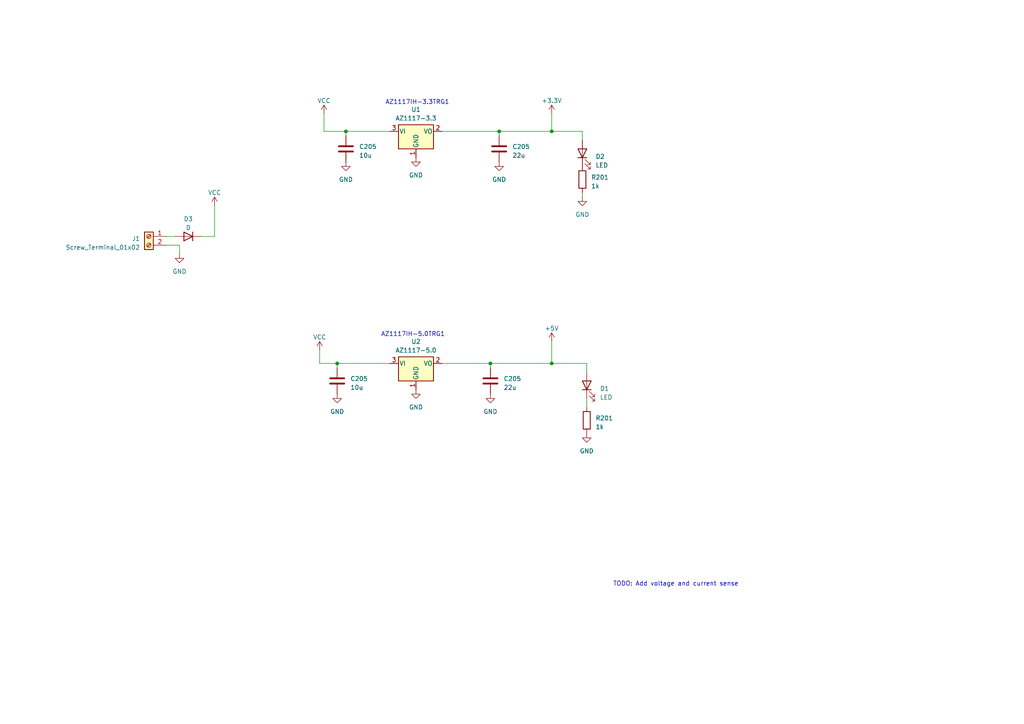
<source format=kicad_sch>
(kicad_sch (version 20230121) (generator eeschema)
  (paper "A4")
  (lib_symbols
    (symbol "Connector:Screw_Terminal_01x02" (pin_names (offset 1.016) hide)
      (property "Reference" "J" (at 0 2.54 0))
      (property "Value" "Screw_Terminal_01x02" (at 0 -5.08 0))
      (symbol "Screw_Terminal_01x02_1_1"
        (rectangle (start -1.27 1.27) (end 1.27 -3.81) (stroke (width 0.254)) (fill (type background)))
        (circle (center 0 -2.54) (radius 0.635) (stroke (width 0.1524)))
        (polyline (pts (xy -0.5334 -2.2098) (xy 0.3302 -3.048)) (stroke (width 0.1524)))
        (polyline (pts (xy -0.5334 0.3302) (xy 0.3302 -0.508)) (stroke (width 0.1524)))
        (polyline (pts (xy -0.3556 -2.032) (xy 0.508 -2.8702)) (stroke (width 0.1524)))
        (polyline (pts (xy -0.3556 0.508) (xy 0.508 -0.3302)) (stroke (width 0.1524)))
        (circle (center 0 0) (radius 0.635) (stroke (width 0.1524)))
        (pin passive line (at -5.08 0 0) (length 3.81) (name "Pin_1") (number "1"))
        (pin passive line (at -5.08 -2.54 0) (length 3.81) (name "Pin_2") (number "2"))
      )
    )
    (symbol "Device:C" (pin_numbers hide) (pin_names (offset 0.254))
      (property "Reference" "C" (at 0.635 2.54 0))
      (property "Value" "C" (at 0.635 -2.54 0))
      (symbol "C_0_1"
        (polyline (pts (xy -2.032 -0.762) (xy 2.032 -0.762)) (stroke (width 0.508)))
        (polyline (pts (xy -2.032 0.762) (xy 2.032 0.762)) (stroke (width 0.508)))
      )
      (symbol "C_1_1"
        (pin passive line (at 0 3.81 270) (length 2.794) (name "~") (number "1"))
        (pin passive line (at 0 -3.81 90) (length 2.794) (name "~") (number "2"))
      )
    )
    (symbol "Device:D" (pin_numbers hide) (pin_names (offset 1.016) hide)
      (property "Reference" "D" (at 0 2.54 0))
      (property "Value" "D" (at 0 -2.54 0))
      (symbol "D_0_1"
        (polyline (pts (xy -1.27 1.27) (xy -1.27 -1.27)) (stroke (width 0.254)))
        (polyline (pts (xy 1.27 0) (xy -1.27 0)))
        (polyline (pts (xy 1.27 1.27) (xy 1.27 -1.27) (xy -1.27 0) (xy 1.27 1.27)) (stroke (width 0.254)))
      )
      (symbol "D_1_1"
        (pin passive line (at -3.81 0 0) (length 2.54) (name "K") (number "1"))
        (pin passive line (at 3.81 0 180) (length 2.54) (name "A") (number "2"))
      )
    )
    (symbol "Device:LED" (pin_numbers hide) (pin_names (offset 1.016) hide)
      (property "Reference" "D" (at 0 2.54 0))
      (property "Value" "LED" (at 0 -2.54 0))
      (symbol "LED_0_1"
        (polyline (pts (xy -1.27 -1.27) (xy -1.27 1.27)) (stroke (width 0.254)))
        (polyline (pts (xy -1.27 0) (xy 1.27 0)))
        (polyline (pts (xy 1.27 -1.27) (xy 1.27 1.27) (xy -1.27 0) (xy 1.27 -1.27)) (stroke (width 0.254)))
        (polyline (pts (xy -3.048 -0.762) (xy -4.572 -2.286) (xy -3.81 -2.286) (xy -4.572 -2.286) (xy -4.572 -1.524)))
        (polyline (pts (xy -1.778 -0.762) (xy -3.302 -2.286) (xy -2.54 -2.286) (xy -3.302 -2.286) (xy -3.302 -1.524)))
      )
      (symbol "LED_1_1"
        (pin passive line (at -3.81 0 0) (length 2.54) (name "K") (number "1"))
        (pin passive line (at 3.81 0 180) (length 2.54) (name "A") (number "2"))
      )
    )
    (symbol "Device:R" (pin_numbers hide) (pin_names (offset 0))
      (property "Reference" "R" (at 2.032 0 90))
      (property "Value" "R" (at 0 0 90))
      (symbol "R_0_1"
        (rectangle (start -1.016 -2.54) (end 1.016 2.54) (stroke (width 0.254)))
      )
      (symbol "R_1_1"
        (pin passive line (at 0 3.81 270) (length 1.27) (name "~") (number "1"))
        (pin passive line (at 0 -3.81 90) (length 1.27) (name "~") (number "2"))
      )
    )
    (symbol "Regulator_Linear:AZ1117-3.3" (pin_names (offset 0.254))
      (property "Reference" "U" (at -3.81 3.175 0))
      (property "Value" "AZ1117-3.3" (at 0 3.175 0))
      (symbol "AZ1117-3.3_0_1"
        (rectangle (start -5.08 1.905) (end 5.08 -5.08) (stroke (width 0.254)) (fill (type background)))
      )
      (symbol "AZ1117-3.3_1_1"
        (pin power_in line (at 0 -7.62 90) (length 2.54) (name "GND") (number "1"))
        (pin power_out line (at 7.62 0 180) (length 2.54) (name "VO") (number "2"))
        (pin power_in line (at -7.62 0 0) (length 2.54) (name "VI") (number "3"))
      )
    )
    (symbol "Regulator_Linear:AZ1117-5.0" (pin_names (offset 0.254))
      (property "Reference" "U" (at -3.81 3.175 0))
      (property "Value" "AZ1117-5.0" (at 0 3.175 0))
      (symbol "AZ1117-5.0_0_1"
        (rectangle (start -5.08 1.905) (end 5.08 -5.08) (stroke (width 0.254)) (fill (type background)))
      )
      (symbol "AZ1117-5.0_1_1"
        (pin power_in line (at 0 -7.62 90) (length 2.54) (name "GND") (number "1"))
        (pin power_out line (at 7.62 0 180) (length 2.54) (name "VO") (number "2"))
        (pin power_in line (at -7.62 0 0) (length 2.54) (name "VI") (number "3"))
      )
    )
    (symbol "power:+3.3V" (power) (pin_names (offset 0))
      (property "Value" "+3.3V" (at 0 3.556 0))
      (symbol "+3.3V_0_1"
        (polyline (pts (xy -0.762 1.27) (xy 0 2.54)))
        (polyline (pts (xy 0 0) (xy 0 2.54)))
        (polyline (pts (xy 0 2.54) (xy 0.762 1.27)))
      )
      (symbol "+3.3V_1_1"
        (pin power_in line (at 0 0 90) (length 0) hide (name "+3.3V") (number "1"))
      )
    )
    (symbol "power:+5V" (power) (pin_names (offset 0))
      (property "Value" "+5V" (at 0 3.556 0))
      (symbol "+5V_0_1"
        (polyline (pts (xy -0.762 1.27) (xy 0 2.54)))
        (polyline (pts (xy 0 0) (xy 0 2.54)))
        (polyline (pts (xy 0 2.54) (xy 0.762 1.27)))
      )
      (symbol "+5V_1_1"
        (pin power_in line (at 0 0 90) (length 0) hide (name "+5V") (number "1"))
      )
    )
    (symbol "power:GND" (power) (pin_names (offset 0))
      (property "Value" "GND" (at 0 -3.81 0))
      (symbol "GND_0_1"
        (polyline (pts (xy 0 0) (xy 0 -1.27) (xy 1.27 -1.27) (xy 0 -2.54) (xy -1.27 -1.27) (xy 0 -1.27)))
      )
      (symbol "GND_1_1"
        (pin power_in line (at 0 0 270) (length 0) hide (name "GND") (number "1"))
      )
    )
    (symbol "power:VCC" (power) (pin_names (offset 0))
      (property "Value" "VCC" (at 0 3.81 0))
      (symbol "VCC_0_1"
        (polyline (pts (xy -0.762 1.27) (xy 0 2.54)))
        (polyline (pts (xy 0 0) (xy 0 2.54)))
        (polyline (pts (xy 0 2.54) (xy 0.762 1.27)))
      )
      (symbol "VCC_1_1"
        (pin power_in line (at 0 0 90) (length 0) hide (name "VCC") (number "1"))
      )
    )
  )
  (junction (at 97.79 105.41))
  (junction (at 160.02 105.41))
  (junction (at 160.02 38.1))
  (junction (at 142.24 105.41))
  (junction (at 144.78 38.1))
  (junction (at 100.33 38.1))
  (wire (pts (xy 142.24 105.41) (xy 160.02 105.41)))
  (wire (pts (xy 144.78 38.1) (xy 144.78 39.37)))
  (wire (pts (xy 170.18 115.57) (xy 170.18 118.11)))
  (wire (pts (xy 144.78 38.1) (xy 160.02 38.1)))
  (wire (pts (xy 142.24 105.41) (xy 142.24 106.68)))
  (wire (pts (xy 128.27 105.41) (xy 142.24 105.41)))
  (wire (pts (xy 160.02 38.1) (xy 168.91 38.1)))
  (wire (pts (xy 160.02 105.41) (xy 160.02 99.06)))
  (wire (pts (xy 168.91 55.88) (xy 168.91 57.15)))
  (wire (pts (xy 100.33 38.1) (xy 113.03 38.1)))
  (wire (pts (xy 160.02 105.41) (xy 170.18 105.41)))
  (wire (pts (xy 52.07 71.12) (xy 52.07 73.66)))
  (wire (pts (xy 97.79 105.41) (xy 113.03 105.41)))
  (wire (pts (xy 92.71 101.6) (xy 92.71 105.41)))
  (wire (pts (xy 48.26 68.58) (xy 50.8 68.58)))
  (wire (pts (xy 92.71 105.41) (xy 97.79 105.41)))
  (wire (pts (xy 160.02 38.1) (xy 160.02 33.02)))
  (wire (pts (xy 100.33 38.1) (xy 100.33 39.37)))
  (wire (pts (xy 168.91 38.1) (xy 168.91 40.64)))
  (wire (pts (xy 93.98 38.1) (xy 100.33 38.1)))
  (wire (pts (xy 93.98 33.02) (xy 93.98 38.1)))
  (wire (pts (xy 97.79 105.41) (xy 97.79 106.68)))
  (wire (pts (xy 128.27 38.1) (xy 144.78 38.1)))
  (wire (pts (xy 62.23 59.69) (xy 62.23 68.58)))
  (wire (pts (xy 170.18 105.41) (xy 170.18 107.95)))
  (wire (pts (xy 48.26 71.12) (xy 52.07 71.12)))
  (wire (pts (xy 62.23 68.58) (xy 58.42 68.58)))
  (text "AZ1117IH-5.0TRG1" (at 110.49 97.79 0) (effects (font (size 1.27 1.27)) (justify left bottom)))
  (text "AZ1117IH-3.3TRG1" (at 111.76 30.48 0) (effects (font (size 1.27 1.27)) (justify left bottom)))
  (text "TODO: Add voltage and current sense" (at 177.8 170.18 0) (effects (font (size 1.27 1.27)) (justify left bottom)))
  (symbol (lib_id "Device:C") (at 97.79 110.49 0) (unit 1)
    (property "Reference" "C205" (at 101.6 109.855 0) (effects (justify left)))
    (property "Value" "10u" (at 101.6 112.395 0) (effects (justify left)))
    (property "Footprint" "Capacitor_SMD:C_0603_1608Metric_Pad1.08x0.95mm_HandSolder" (effects hide))
    (instances (project "engine-controller" (path "" (reference "C205") (unit 1)) (path "" (reference "C3") (unit 1))))
  )
  (symbol (lib_id "Regulator_Linear:AZ1117-3.3") (at 120.65 38.1 0) (unit 1)
    (property "Reference" "U1" (at 120.65 31.75 0))
    (property "Value" "AZ1117-3.3" (at 120.65 34.29 0))
    (property "Footprint" "Package_TO_SOT_SMD:SOT-223" (effects hide))
    (property "Datasheet" "https://www.diodes.com/assets/Datasheets/AZ1117.pdf" (effects hide))
  )
  (symbol (lib_id "power:VCC") (at 93.98 33.02 0) (unit 1)
    (property "Reference" "#PWR04" (effects hide))
    (property "Value" "VCC" (at 93.98 29.21 0))
  )
  (symbol (lib_id "power:+5V") (at 160.02 99.06 0) (unit 1)
    (property "Reference" "#PWR011" (effects hide))
    (property "Value" "+5V" (at 160.02 95.25 0))
  )
  (symbol (lib_id "power:GND") (at 97.79 114.3 0) (unit 1)
    (property "Reference" "#PWR06" (effects hide))
    (property "Value" "GND" (at 97.79 119.38 0))
  )
  (symbol (lib_id "Connector:Screw_Terminal_01x02") (at 43.18 68.58 0) (mirror y) (unit 1)
    (property "Reference" "J1" (at 40.64 69.215 0) (effects (justify left)))
    (property "Value" "Screw_Terminal_01x02" (at 40.64 71.755 0) (effects (justify left)))
    (property "Footprint" "TerminalBlock_Phoenix:TerminalBlock_Phoenix_MKDS-1,5-2_1x02_P5.00mm_Horizontal" (effects hide))
  )
  (symbol (lib_id "power:VCC") (at 62.23 59.69 0) (unit 1)
    (property "Reference" "#PWR03" (effects hide))
    (property "Value" "VCC" (at 62.23 55.88 0))
  )
  (symbol (lib_id "power:GND") (at 142.24 114.3 0) (unit 1)
    (property "Reference" "#PWR07" (effects hide))
    (property "Value" "GND" (at 142.24 119.38 0))
  )
  (symbol (lib_id "Device:C") (at 100.33 43.18 0) (unit 1)
    (property "Reference" "C205" (at 104.14 42.545 0) (effects (justify left)))
    (property "Value" "10u" (at 104.14 45.085 0) (effects (justify left)))
    (property "Footprint" "Capacitor_SMD:C_0603_1608Metric_Pad1.08x0.95mm_HandSolder" (effects hide))
    (instances (project "engine-controller" (path "" (reference "C205") (unit 1)) (path "" (reference "C1") (unit 1))))
  )
  (symbol (lib_id "power:GND") (at 52.07 73.66 0) (unit 1)
    (property "Reference" "#PWR02" (effects hide))
    (property "Value" "GND" (at 52.07 78.74 0))
  )
  (symbol (lib_id "Device:LED") (at 168.91 44.45 90) (unit 1)
    (property "Reference" "D2" (at 172.72 45.4025 90) (effects (justify right)))
    (property "Value" "LED" (at 172.72 47.9425 90) (effects (justify right)))
    (property "Footprint" "LED_SMD:LED_0603_1608Metric" (effects hide))
  )
  (symbol (lib_id "Device:R") (at 168.91 52.07 180) (unit 1)
    (property "Reference" "R201" (at 171.45 51.435 0) (effects (justify right)))
    (property "Value" "1k" (at 171.45 53.975 0) (effects (justify right)))
    (property "Footprint" "Resistor_SMD:R_0603_1608Metric_Pad0.98x0.95mm_HandSolder" (effects hide))
    (instances (project "engine-controller" (path "" (reference "R201") (unit 1)) (path "" (reference "R2") (unit 1))))
  )
  (symbol (lib_id "power:GND") (at 120.65 113.03 0) (unit 1)
    (property "Reference" "#PWR015" (effects hide))
    (property "Value" "GND" (at 120.65 118.11 0))
  )
  (symbol (lib_id "Device:D") (at 54.61 68.58 180) (unit 1)
    (property "Reference" "D3" (at 54.61 63.5 0))
    (property "Value" "D" (at 54.61 66.04 0))
    (property "Footprint" "Diode_SMD:D_0603_1608Metric" (effects hide))
    (property "Sim.Device" "D" (effects hide))
    (property "Sim.Pins" "1=K 2=A" (effects hide))
  )
  (symbol (lib_id "power:GND") (at 144.78 46.99 0) (unit 1)
    (property "Reference" "#PWR08" (effects hide))
    (property "Value" "GND" (at 144.78 52.07 0))
  )
  (symbol (lib_id "power:GND") (at 170.18 125.73 0) (unit 1)
    (property "Reference" "#PWR012" (effects hide))
    (property "Value" "GND" (at 170.18 130.81 0))
  )
  (symbol (lib_id "power:GND") (at 100.33 46.99 0) (unit 1)
    (property "Reference" "#PWR09" (effects hide))
    (property "Value" "GND" (at 100.33 52.07 0))
  )
  (symbol (lib_id "Device:C") (at 142.24 110.49 0) (unit 1)
    (property "Reference" "C205" (at 146.05 109.855 0) (effects (justify left)))
    (property "Value" "22u" (at 146.05 112.395 0) (effects (justify left)))
    (property "Footprint" "Capacitor_SMD:C_0603_1608Metric_Pad1.08x0.95mm_HandSolder" (effects hide))
    (instances (project "engine-controller" (path "" (reference "C205") (unit 1)) (path "" (reference "C4") (unit 1))))
  )
  (symbol (lib_id "Regulator_Linear:AZ1117-5.0") (at 120.65 105.41 0) (unit 1)
    (property "Reference" "U2" (at 120.65 99.06 0))
    (property "Value" "AZ1117-5.0" (at 120.65 101.6 0))
    (property "Footprint" "Package_TO_SOT_SMD:SOT-223" (effects hide))
    (property "Datasheet" "https://www.diodes.com/assets/Datasheets/AZ1117.pdf" (effects hide))
  )
  (symbol (lib_id "power:GND") (at 120.65 45.72 0) (unit 1)
    (property "Reference" "#PWR014" (effects hide))
    (property "Value" "GND" (at 120.65 50.8 0))
  )
  (symbol (lib_id "Device:R") (at 170.18 121.92 180) (unit 1)
    (property "Reference" "R201" (at 172.72 121.285 0) (effects (justify right)))
    (property "Value" "1k" (at 172.72 123.825 0) (effects (justify right)))
    (property "Footprint" "Resistor_SMD:R_0603_1608Metric_Pad0.98x0.95mm_HandSolder" (effects hide))
    (instances (project "engine-controller" (path "" (reference "R201") (unit 1)) (path "" (reference "R1") (unit 1))))
  )
  (symbol (lib_id "Device:C") (at 144.78 43.18 0) (unit 1)
    (property "Reference" "C205" (at 148.59 42.545 0) (effects (justify left)))
    (property "Value" "22u" (at 148.59 45.085 0) (effects (justify left)))
    (property "Footprint" "Capacitor_SMD:C_0603_1608Metric_Pad1.08x0.95mm_HandSolder" (effects hide))
    (instances (project "engine-controller" (path "" (reference "C205") (unit 1)) (path "" (reference "C2") (unit 1))))
  )
  (symbol (lib_id "Device:LED") (at 170.18 111.76 90) (unit 1)
    (property "Reference" "D1" (at 173.99 112.7125 90) (effects (justify right)))
    (property "Value" "LED" (at 173.99 115.2525 90) (effects (justify right)))
    (property "Footprint" "LED_SMD:LED_0603_1608Metric" (effects hide))
  )
  (symbol (lib_id "power:VCC") (at 92.71 101.6 0) (unit 1)
    (property "Reference" "#PWR05" (effects hide))
    (property "Value" "VCC" (at 92.71 97.79 0))
  )
  (symbol (lib_id "power:GND") (at 168.91 57.15 0) (unit 1)
    (property "Reference" "#PWR013" (effects hide))
    (property "Value" "GND" (at 168.91 62.23 0))
  )
  (symbol (lib_id "power:+3.3V") (at 160.02 33.02 0) (unit 1)
    (property "Reference" "#PWR010" (effects hide))
    (property "Value" "+3.3V" (at 160.02 29.21 0))
  )
)
</source>
